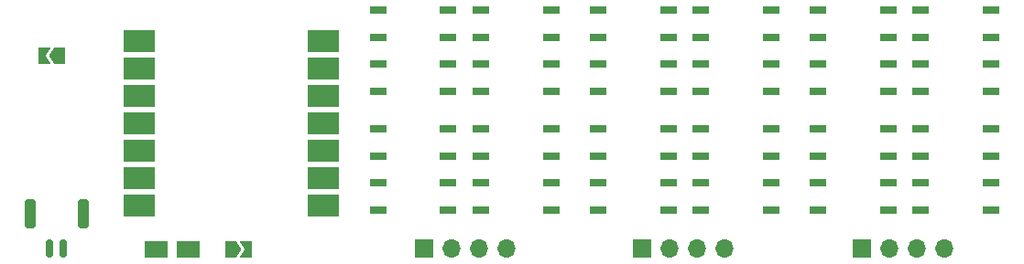
<source format=gbr>
%TF.GenerationSoftware,KiCad,Pcbnew,7.0.5*%
%TF.CreationDate,2024-05-30T09:30:07-05:00*%
%TF.ProjectId,wrist_ems_12_electrodes,77726973-745f-4656-9d73-5f31325f656c,rev?*%
%TF.SameCoordinates,Original*%
%TF.FileFunction,Soldermask,Bot*%
%TF.FilePolarity,Negative*%
%FSLAX46Y46*%
G04 Gerber Fmt 4.6, Leading zero omitted, Abs format (unit mm)*
G04 Created by KiCad (PCBNEW 7.0.5) date 2024-05-30 09:30:07*
%MOMM*%
%LPD*%
G01*
G04 APERTURE LIST*
G04 Aperture macros list*
%AMRoundRect*
0 Rectangle with rounded corners*
0 $1 Rounding radius*
0 $2 $3 $4 $5 $6 $7 $8 $9 X,Y pos of 4 corners*
0 Add a 4 corners polygon primitive as box body*
4,1,4,$2,$3,$4,$5,$6,$7,$8,$9,$2,$3,0*
0 Add four circle primitives for the rounded corners*
1,1,$1+$1,$2,$3*
1,1,$1+$1,$4,$5*
1,1,$1+$1,$6,$7*
1,1,$1+$1,$8,$9*
0 Add four rect primitives between the rounded corners*
20,1,$1+$1,$2,$3,$4,$5,0*
20,1,$1+$1,$4,$5,$6,$7,0*
20,1,$1+$1,$6,$7,$8,$9,0*
20,1,$1+$1,$8,$9,$2,$3,0*%
%AMFreePoly0*
4,1,6,1.000000,0.000000,0.500000,-0.750000,-0.500000,-0.750000,-0.500000,0.750000,0.500000,0.750000,1.000000,0.000000,1.000000,0.000000,$1*%
%AMFreePoly1*
4,1,6,0.500000,-0.750000,-0.650000,-0.750000,-0.150000,0.000000,-0.650000,0.750000,0.500000,0.750000,0.500000,-0.750000,0.500000,-0.750000,$1*%
G04 Aperture macros list end*
%ADD10R,1.700000X1.700000*%
%ADD11O,1.700000X1.700000*%
%ADD12R,1.650000X0.700000*%
%ADD13FreePoly0,0.000000*%
%ADD14FreePoly1,0.000000*%
%ADD15FreePoly0,180.000000*%
%ADD16FreePoly1,180.000000*%
%ADD17RoundRect,0.150000X-0.150000X-0.700000X0.150000X-0.700000X0.150000X0.700000X-0.150000X0.700000X0*%
%ADD18RoundRect,0.250000X-0.250000X-1.100000X0.250000X-1.100000X0.250000X1.100000X-0.250000X1.100000X0*%
%ADD19R,3.000000X2.000000*%
%ADD20R,1.500000X1.500000*%
G04 APERTURE END LIST*
D10*
%TO.C,J10*%
X170688000Y-99847400D03*
D11*
X173228000Y-99847400D03*
X175768000Y-99847400D03*
X178308000Y-99847400D03*
%TD*%
D10*
%TO.C,J8*%
X130175000Y-99822000D03*
D11*
X132715000Y-99822000D03*
X135255000Y-99822000D03*
X137795000Y-99822000D03*
%TD*%
D10*
%TO.C,J9*%
X150393400Y-99822000D03*
D11*
X152933400Y-99822000D03*
X155473400Y-99822000D03*
X158013400Y-99822000D03*
%TD*%
D12*
%TO.C,IC13*%
X162306000Y-88724000D03*
X162306000Y-91264000D03*
X155806000Y-91264000D03*
X155806000Y-88724000D03*
%TD*%
%TO.C,IC16*%
X162306000Y-82724000D03*
X162306000Y-85264000D03*
X155806000Y-85264000D03*
X155806000Y-82724000D03*
%TD*%
%TO.C,IC6*%
X141950000Y-93730000D03*
X141950000Y-96270000D03*
X135450000Y-96270000D03*
X135450000Y-93730000D03*
%TD*%
%TO.C,IC9*%
X146306000Y-85264000D03*
X146306000Y-82724000D03*
X152806000Y-82724000D03*
X152806000Y-85264000D03*
%TD*%
%TO.C,IC18*%
X166600600Y-80289400D03*
X166600600Y-77749400D03*
X173100600Y-77749400D03*
X173100600Y-80289400D03*
%TD*%
D13*
%TO.C,JP1*%
X112342000Y-99949000D03*
D14*
X113792000Y-99949000D03*
%TD*%
D12*
%TO.C,IC15*%
X162306000Y-77724000D03*
X162306000Y-80264000D03*
X155806000Y-80264000D03*
X155806000Y-77724000D03*
%TD*%
D15*
%TO.C,JP3*%
X96508400Y-82016600D03*
D16*
X95058400Y-82016600D03*
%TD*%
D12*
%TO.C,IC5*%
X141950000Y-88730000D03*
X141950000Y-91270000D03*
X135450000Y-91270000D03*
X135450000Y-88730000D03*
%TD*%
%TO.C,IC14*%
X162306000Y-93724000D03*
X162306000Y-96264000D03*
X155806000Y-96264000D03*
X155806000Y-93724000D03*
%TD*%
%TO.C,IC8*%
X141950000Y-82730000D03*
X141950000Y-85270000D03*
X135450000Y-85270000D03*
X135450000Y-82730000D03*
%TD*%
%TO.C,IC11*%
X146306000Y-96264000D03*
X146306000Y-93724000D03*
X152806000Y-93724000D03*
X152806000Y-96264000D03*
%TD*%
%TO.C,IC1*%
X125950000Y-85270000D03*
X125950000Y-82730000D03*
X132450000Y-82730000D03*
X132450000Y-85270000D03*
%TD*%
D17*
%TO.C,J1*%
X95615600Y-99843200D03*
X96865600Y-99843200D03*
D18*
X93765600Y-96643200D03*
X98715600Y-96643200D03*
%TD*%
D12*
%TO.C,IC4*%
X125950000Y-91270000D03*
X125950000Y-88730000D03*
X132450000Y-88730000D03*
X132450000Y-91270000D03*
%TD*%
%TO.C,IC2*%
X125950000Y-80270000D03*
X125950000Y-77730000D03*
X132450000Y-77730000D03*
X132450000Y-80270000D03*
%TD*%
%TO.C,IC23*%
X182600600Y-77749400D03*
X182600600Y-80289400D03*
X176100600Y-80289400D03*
X176100600Y-77749400D03*
%TD*%
%TO.C,IC10*%
X146306000Y-80264000D03*
X146306000Y-77724000D03*
X152806000Y-77724000D03*
X152806000Y-80264000D03*
%TD*%
%TO.C,IC21*%
X182600600Y-88749400D03*
X182600600Y-91289400D03*
X176100600Y-91289400D03*
X176100600Y-88749400D03*
%TD*%
%TO.C,IC20*%
X166600600Y-91289400D03*
X166600600Y-88749400D03*
X173100600Y-88749400D03*
X173100600Y-91289400D03*
%TD*%
%TO.C,IC24*%
X182600600Y-82749400D03*
X182600600Y-85289400D03*
X176100600Y-85289400D03*
X176100600Y-82749400D03*
%TD*%
D19*
%TO.C,U2*%
X120877000Y-80592015D03*
X120877000Y-83132015D03*
X120877000Y-85672015D03*
X120877000Y-88212015D03*
X120877000Y-90752015D03*
X120877000Y-93292015D03*
X120877000Y-95832015D03*
X103877000Y-95832015D03*
X103877000Y-93292015D03*
X103877000Y-90752015D03*
X103877000Y-88212015D03*
X103877000Y-85672015D03*
X103877000Y-83132015D03*
X103877000Y-80592015D03*
%TD*%
D12*
%TO.C,IC17*%
X166600600Y-85289400D03*
X166600600Y-82749400D03*
X173100600Y-82749400D03*
X173100600Y-85289400D03*
%TD*%
%TO.C,IC3*%
X125950000Y-96270000D03*
X125950000Y-93730000D03*
X132450000Y-93730000D03*
X132450000Y-96270000D03*
%TD*%
%TO.C,IC12*%
X146306000Y-91264000D03*
X146306000Y-88724000D03*
X152806000Y-88724000D03*
X152806000Y-91264000D03*
%TD*%
%TO.C,IC19*%
X166600600Y-96289400D03*
X166600600Y-93749400D03*
X173100600Y-93749400D03*
X173100600Y-96289400D03*
%TD*%
%TO.C,IC7*%
X141950000Y-77730000D03*
X141950000Y-80270000D03*
X135450000Y-80270000D03*
X135450000Y-77730000D03*
%TD*%
%TO.C,IC22*%
X182600600Y-93749400D03*
X182600600Y-96289400D03*
X176100600Y-96289400D03*
X176100600Y-93749400D03*
%TD*%
D20*
%TO.C,JP2*%
X108134000Y-99949000D03*
X105734000Y-99949000D03*
D15*
X108934000Y-99949000D03*
D13*
X104934000Y-99949000D03*
%TD*%
M02*

</source>
